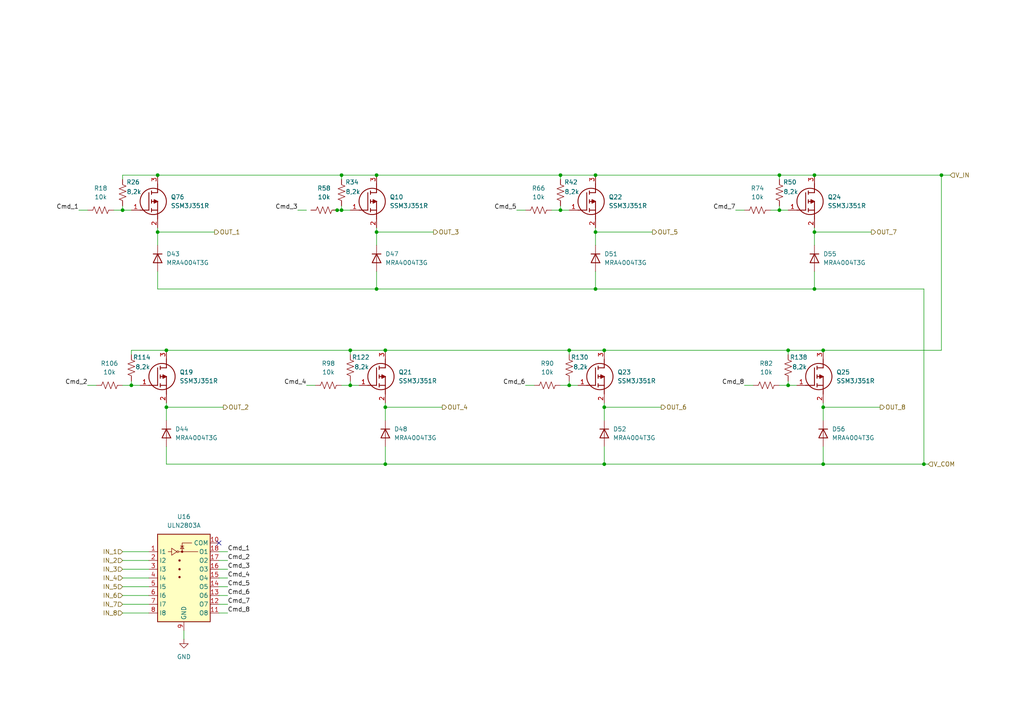
<source format=kicad_sch>
(kicad_sch (version 20250114) (generator "eeschema") (generator_version "9.0")
  (paper "A4")
  (title_block (title "Carte Midi - 64 Sorties") (date "2025-10-28") (comment 1 "Remplacement TIP127 par SSM3J351R"))
  (lib_symbols
    (symbol "Device:R_US" (pin_numbers (hide yes)) (pin_names (offset 0))
      (property "Reference" "R" (at 2.54 0 90))
      (property "Value" "R_US" (at -2.54 0 90))
      (symbol "R_US_0_1"
        (polyline (pts (xy 0 2.286) (xy 0 2.54)))
        (polyline (pts (xy 0 2.286) (xy 1.016 1.905) (xy 0 1.524) (xy -1.016 1.143) (xy 0 0.762)))
        (polyline (pts (xy 0 0.762) (xy 1.016 0.381) (xy 0 0) (xy -1.016 -0.381) (xy 0 -0.762)))
        (polyline (pts (xy 0 -0.762) (xy 1.016 -1.143) (xy 0 -1.524) (xy -1.016 -1.905) (xy 0 -2.286)))
        (polyline (pts (xy 0 -2.286) (xy 0 -2.54)))
      )
      (symbol "R_US_1_1"
        (pin passive line (at 0 3.81 270) (length 1.27) (name "~") (number "1"))
        (pin passive line (at 0 -3.81 90) (length 1.27) (name "~") (number "2"))
      )
    )
    (symbol "Diode:MRA4004T3G" (pin_numbers (hide yes)) (pin_names (hide yes))
      (property "Reference" "D" (at 0 2.54 0))
      (property "Value" "MRA4004T3G" (at 0 -2.54 0))
      (symbol "MRA4004T3G_0_1"
        (polyline (pts (xy -1.27 1.27) (xy -1.27 -1.27)) (stroke (width 0.254)))
        (polyline (pts (xy 1.27 1.27) (xy 1.27 -1.27) (xy -1.27 0) (xy 1.27 1.27)) (stroke (width 0.254)))
        (polyline (pts (xy 1.27 0) (xy -1.27 0)))
      )
      (symbol "MRA4004T3G_1_1"
        (pin passive line (at -3.81 0 0) (length 2.54) (name "K") (number "1"))
        (pin passive line (at 3.81 0 180) (length 2.54) (name "A") (number "2"))
      )
    )
    (symbol "Transistor_Array:ULN2803A"
      (property "Reference" "U" (at 0 13.335 0))
      (property "Value" "ULN2803A" (at 0 11.43 0))
      (symbol "ULN2803A_0_1"
        (rectangle (start -7.62 -15.24) (end 7.62 10.16) (stroke (width 0.254)) (fill (type background)))
        (polyline (pts (xy -4.572 5.08) (xy -3.556 5.08)))
        (polyline (pts (xy -3.556 6.096) (xy -3.556 4.064) (xy -2.032 5.08) (xy -3.556 6.096)))
        (circle (center -1.778 5.08) (radius 0.254))
        (polyline (pts (xy -1.524 5.08) (xy 4.064 5.08)))
        (circle (center -1.27 2.54) (radius 0.254) (fill (type outline)))
        (circle (center -1.27 0) (radius 0.254) (fill (type outline)))
        (circle (center -1.27 -2.286) (radius 0.254) (fill (type outline)))
        (circle (center -0.508 5.08) (radius 0.254) (fill (type outline)))
        (polyline (pts (xy -0.508 5.08) (xy -0.508 7.62) (xy 2.286 7.62)))
        (polyline (pts (xy 0 6.731) (xy -1.016 6.731)))
        (polyline (pts (xy 0 5.969) (xy -1.016 5.969) (xy -0.508 6.731) (xy 0 5.969)))
      )
      (symbol "ULN2803A_1_1"
        (pin input line (at -10.16 5.08 0) (length 2.54) (name "I1") (number "1"))
        (pin input line (at -10.16 2.54 0) (length 2.54) (name "I2") (number "2"))
        (pin input line (at -10.16 0 0) (length 2.54) (name "I3") (number "3"))
        (pin input line (at -10.16 -2.54 0) (length 2.54) (name "I4") (number "4"))
        (pin input line (at -10.16 -5.08 0) (length 2.54) (name "I5") (number "5"))
        (pin input line (at -10.16 -7.62 0) (length 2.54) (name "I6") (number "6"))
        (pin input line (at -10.16 -10.16 0) (length 2.54) (name "I7") (number "7"))
        (pin input line (at -10.16 -12.7 0) (length 2.54) (name "I8") (number "8"))
        (pin power_in line (at 0 -17.78 90) (length 2.54) (name "GND") (number "9"))
        (pin passive line (at 10.16 7.62 180) (length 2.54) (name "COM") (number "10"))
        (pin open_collector line (at 10.16 5.08 180) (length 2.54) (name "O1") (number "18"))
        (pin open_collector line (at 10.16 2.54 180) (length 2.54) (name "O2") (number "17"))
        (pin open_collector line (at 10.16 0 180) (length 2.54) (name "O3") (number "16"))
        (pin open_collector line (at 10.16 -2.54 180) (length 2.54) (name "O4") (number "15"))
        (pin open_collector line (at 10.16 -5.08 180) (length 2.54) (name "O5") (number "14"))
        (pin open_collector line (at 10.16 -7.62 180) (length 2.54) (name "O6") (number "13"))
        (pin open_collector line (at 10.16 -10.16 180) (length 2.54) (name "O7") (number "12"))
        (pin open_collector line (at 10.16 -12.7 180) (length 2.54) (name "O8") (number "11"))
      )
    )
    (symbol "Transistor_FET_Other:SSM3J351R,LF" (pin_names (hide yes))
      (property "Reference" "Q" (at 11.43 3.81 0))
      (property "Value" "SSM3J351R,LF" (at 11.43 1.27 0))
      (symbol "SSM3J351R,LF_1_1"
        (polyline (pts (xy 2.54 0) (xy 5.08 0)) (stroke (width 0.254)))
        (polyline (pts (xy 5.08 5.08) (xy 5.08 0)) (stroke (width 0.254)))
        (polyline (pts (xy 5.842 5.588) (xy 5.842 4.572)) (stroke (width 0.254)))
        (polyline (pts (xy 5.842 2.032) (xy 5.842 3.048)) (stroke (width 0.254)))
        (polyline (pts (xy 5.842 0) (xy 7.62 0)) (stroke (width 0.254)))
        (polyline (pts (xy 5.842 -0.508) (xy 5.842 0.508)) (stroke (width 0.254)))
        (circle (center 6.35 2.54) (radius 3.81) (stroke (width 0.254)))
        (polyline (pts (xy 7.62 5.08) (xy 5.842 5.08)) (stroke (width 0.254)))
        (polyline (pts (xy 7.62 5.08) (xy 7.62 7.62)) (stroke (width 0.254)))
        (polyline (pts (xy 7.62 2.54) (xy 5.842 2.54)) (stroke (width 0.254)))
        (polyline (pts (xy 7.62 2.54) (xy 7.62 -2.54)) (stroke (width 0.254)))
        (polyline (pts (xy 7.62 2.54) (xy 6.604 3.048) (xy 6.604 2.032) (xy 7.62 2.54)) (stroke (width 0.254)) (fill (type outline)))
        (pin passive line (at 0 0 0) (length 2.54) (name "G") (number "1"))
        (pin passive line (at 7.62 10.16 270) (length 2.54) (name "D") (number "3"))
        (pin passive line (at 7.62 -5.08 90) (length 2.54) (name "S") (number "2"))
      )
    )
    (symbol "Transistor_FET_Other:SSM3J356R,LF" (pin_names (hide yes))
      (property "Reference" "Q" (at 11.43 3.81 0))
      (property "Value" "SSM3J356R,LF" (at 11.43 1.27 0))
      (symbol "SSM3J356R,LF_1_1"
        (polyline (pts (xy 2.54 0) (xy 5.08 0)) (stroke (width 0.254)))
        (polyline (pts (xy 5.08 5.08) (xy 5.08 0)) (stroke (width 0.254)))
        (polyline (pts (xy 5.842 5.588) (xy 5.842 4.572)) (stroke (width 0.254)))
        (polyline (pts (xy 5.842 2.032) (xy 5.842 3.048)) (stroke (width 0.254)))
        (polyline (pts (xy 5.842 0) (xy 7.62 0)) (stroke (width 0.254)))
        (polyline (pts (xy 5.842 -0.508) (xy 5.842 0.508)) (stroke (width 0.254)))
        (circle (center 6.35 2.54) (radius 3.81) (stroke (width 0.254)))
        (polyline (pts (xy 7.62 5.08) (xy 5.842 5.08)) (stroke (width 0.254)))
        (polyline (pts (xy 7.62 5.08) (xy 7.62 7.62)) (stroke (width 0.254)))
        (polyline (pts (xy 7.62 2.54) (xy 5.842 2.54)) (stroke (width 0.254)))
        (polyline (pts (xy 7.62 2.54) (xy 7.62 -2.54)) (stroke (width 0.254)))
        (polyline (pts (xy 7.62 2.54) (xy 6.604 3.048) (xy 6.604 2.032) (xy 7.62 2.54)) (stroke (width 0.254)) (fill (type outline)))
        (pin passive line (at 0 0 0) (length 2.54) (name "G") (number "1"))
        (pin passive line (at 7.62 10.16 270) (length 2.54) (name "D") (number "3"))
        (pin passive line (at 7.62 -5.08 90) (length 2.54) (name "S") (number "2"))
      )
    )
    (symbol "power:GND" (power) (pin_numbers (hide yes)) (pin_names (offset 0) (hide yes))
      (property "Value" "GND" (at 0 -3.81 0))
      (symbol "GND_0_1"
        (polyline (pts (xy 0 0) (xy 0 -1.27) (xy 1.27 -1.27) (xy 0 -2.54) (xy -1.27 -1.27) (xy 0 -1.27)))
      )
      (symbol "GND_1_1"
        (pin power_in line (at 0 0 270) (length 0) (name "~") (number "1"))
      )
    )
  )
  (junction (at 172.72 50.8))
  (junction (at 45.72 50.8))
  (junction (at 236.22 50.8))
  (junction (at 172.72 83.82))
  (junction (at 273.05 50.8))
  (junction (at 226.06 50.8))
  (junction (at 175.26 134.62))
  (junction (at 238.76 101.6))
  (junction (at 267.97 134.62))
  (junction (at 109.22 50.8))
  (junction (at 48.26 118.11))
  (junction (at 165.1 111.76))
  (junction (at 111.76 118.11))
  (junction (at 35.56 60.96))
  (junction (at 238.76 134.62))
  (junction (at 48.26 101.6))
  (junction (at 228.6 111.76))
  (junction (at 109.22 67.31))
  (junction (at 109.22 83.82))
  (junction (at 175.26 118.11))
  (junction (at 228.6 101.6))
  (junction (at 38.1 111.76))
  (junction (at 162.56 50.8))
  (junction (at 175.26 101.6))
  (junction (at 111.76 134.62))
  (junction (at 45.72 67.31))
  (junction (at 236.22 83.82))
  (junction (at 111.76 101.6))
  (junction (at 226.06 60.96))
  (junction (at 238.76 118.11))
  (junction (at 165.1 101.6))
  (junction (at 101.6 111.76))
  (junction (at 99.06 50.8))
  (junction (at 99.06 60.96))
  (junction (at 162.56 60.96))
  (junction (at 172.72 67.31))
  (junction (at 101.6 101.6))
  (junction (at 236.22 67.31))
  (junction (at 97.79 60.96))
  (no_connect (at 63.5 157.48))
  (wire (pts (xy 109.22 78.74) (xy 109.22 83.82)))
  (wire (pts (xy 236.22 67.31) (xy 252.73 67.31)))
  (wire (pts (xy 228.6 101.6) (xy 238.76 101.6)))
  (wire (pts (xy 175.26 129.54) (xy 175.26 134.62)))
  (wire (pts (xy 175.26 101.6) (xy 228.6 101.6)))
  (wire (pts (xy 111.76 118.11) (xy 128.27 118.11)))
  (wire (pts (xy 165.1 101.6) (xy 175.26 101.6)))
  (wire (pts (xy 236.22 66.04) (xy 236.22 67.31)))
  (wire (pts (xy 238.76 129.54) (xy 238.76 134.62)))
  (wire (pts (xy 175.26 134.62) (xy 238.76 134.62)))
  (wire (pts (xy 162.56 50.8) (xy 172.72 50.8)))
  (wire (pts (xy 162.56 60.96) (xy 165.1 60.96)))
  (wire (pts (xy 101.6 101.6) (xy 101.6 102.87)))
  (wire (pts (xy 35.56 162.56) (xy 43.18 162.56)))
  (wire (pts (xy 99.06 111.76) (xy 101.6 111.76)))
  (wire (pts (xy 35.56 177.8) (xy 43.18 177.8)))
  (wire (pts (xy 33.02 60.96) (xy 35.56 60.96)))
  (wire (pts (xy 162.56 50.8) (xy 162.56 52.07)))
  (wire (pts (xy 45.72 50.8) (xy 99.06 50.8)))
  (wire (pts (xy 226.06 50.8) (xy 236.22 50.8)))
  (wire (pts (xy 236.22 67.31) (xy 236.22 71.12)))
  (wire (pts (xy 48.26 134.62) (xy 111.76 134.62)))
  (wire (pts (xy 109.22 67.31) (xy 109.22 71.12)))
  (wire (pts (xy 172.72 67.31) (xy 189.23 67.31)))
  (wire (pts (xy 236.22 83.82) (xy 267.97 83.82)))
  (wire (pts (xy 236.22 78.74) (xy 236.22 83.82)))
  (wire (pts (xy 35.56 160.02) (xy 43.18 160.02)))
  (wire (pts (xy 111.76 129.54) (xy 111.76 134.62)))
  (wire (pts (xy 63.5 160.02) (xy 66.04 160.02)))
  (wire (pts (xy 99.06 59.69) (xy 99.06 60.96)))
  (wire (pts (xy 45.72 78.74) (xy 45.72 83.82)))
  (wire (pts (xy 101.6 110.49) (xy 101.6 111.76)))
  (wire (pts (xy 109.22 50.8) (xy 162.56 50.8)))
  (wire (pts (xy 48.26 129.54) (xy 48.26 134.62)))
  (wire (pts (xy 172.72 83.82) (xy 236.22 83.82)))
  (wire (pts (xy 165.1 110.49) (xy 165.1 111.76)))
  (wire (pts (xy 172.72 78.74) (xy 172.72 83.82)))
  (wire (pts (xy 35.56 50.8) (xy 35.56 52.07)))
  (wire (pts (xy 38.1 101.6) (xy 38.1 102.87)))
  (wire (pts (xy 97.79 60.96) (xy 99.06 60.96)))
  (wire (pts (xy 96.52 60.96) (xy 97.79 60.96)))
  (wire (pts (xy 38.1 101.6) (xy 48.26 101.6)))
  (wire (pts (xy 165.1 111.76) (xy 167.64 111.76)))
  (wire (pts (xy 48.26 116.84) (xy 48.26 118.11)))
  (wire (pts (xy 226.06 111.76) (xy 228.6 111.76)))
  (wire (pts (xy 48.26 118.11) (xy 64.77 118.11)))
  (wire (pts (xy 267.97 134.62) (xy 269.24 134.62)))
  (wire (pts (xy 25.4 111.76) (xy 27.94 111.76)))
  (wire (pts (xy 101.6 101.6) (xy 111.76 101.6)))
  (wire (pts (xy 35.56 165.1) (xy 43.18 165.1)))
  (wire (pts (xy 35.56 59.69) (xy 35.56 60.96)))
  (wire (pts (xy 88.9 111.76) (xy 91.44 111.76)))
  (wire (pts (xy 109.22 83.82) (xy 172.72 83.82)))
  (wire (pts (xy 223.52 60.96) (xy 226.06 60.96)))
  (wire (pts (xy 172.72 66.04) (xy 172.72 67.31)))
  (wire (pts (xy 172.72 50.8) (xy 226.06 50.8)))
  (wire (pts (xy 63.5 175.26) (xy 66.04 175.26)))
  (wire (pts (xy 35.56 172.72) (xy 43.18 172.72)))
  (wire (pts (xy 109.22 66.04) (xy 109.22 67.31)))
  (wire (pts (xy 226.06 60.96) (xy 228.6 60.96)))
  (wire (pts (xy 35.56 60.96) (xy 38.1 60.96)))
  (wire (pts (xy 160.02 60.96) (xy 162.56 60.96)))
  (wire (pts (xy 38.1 110.49) (xy 38.1 111.76)))
  (wire (pts (xy 236.22 50.8) (xy 273.05 50.8)))
  (wire (pts (xy 45.72 67.31) (xy 45.72 71.12)))
  (wire (pts (xy 63.5 167.64) (xy 66.04 167.64)))
  (wire (pts (xy 238.76 101.6) (xy 273.05 101.6)))
  (wire (pts (xy 162.56 59.69) (xy 162.56 60.96)))
  (wire (pts (xy 63.5 162.56) (xy 66.04 162.56)))
  (wire (pts (xy 45.72 83.82) (xy 109.22 83.82)))
  (wire (pts (xy 172.72 67.31) (xy 172.72 71.12)))
  (wire (pts (xy 99.06 60.96) (xy 101.6 60.96)))
  (wire (pts (xy 63.5 172.72) (xy 66.04 172.72)))
  (wire (pts (xy 238.76 118.11) (xy 255.27 118.11)))
  (wire (pts (xy 101.6 111.76) (xy 104.14 111.76)))
  (wire (pts (xy 35.56 170.18) (xy 43.18 170.18)))
  (wire (pts (xy 228.6 110.49) (xy 228.6 111.76)))
  (wire (pts (xy 22.86 60.96) (xy 25.4 60.96)))
  (wire (pts (xy 99.06 50.8) (xy 99.06 52.07)))
  (wire (pts (xy 213.36 60.96) (xy 215.9 60.96)))
  (wire (pts (xy 53.34 182.88) (xy 53.34 185.42)))
  (wire (pts (xy 273.05 50.8) (xy 273.05 101.6)))
  (wire (pts (xy 228.6 101.6) (xy 228.6 102.87)))
  (wire (pts (xy 162.56 111.76) (xy 165.1 111.76)))
  (wire (pts (xy 228.6 111.76) (xy 231.14 111.76)))
  (wire (pts (xy 45.72 66.04) (xy 45.72 67.31)))
  (wire (pts (xy 63.5 170.18) (xy 66.04 170.18)))
  (wire (pts (xy 109.22 67.31) (xy 125.73 67.31)))
  (wire (pts (xy 273.05 50.8) (xy 275.59 50.8)))
  (wire (pts (xy 35.56 175.26) (xy 43.18 175.26)))
  (wire (pts (xy 111.76 118.11) (xy 111.76 121.92)))
  (wire (pts (xy 111.76 101.6) (xy 165.1 101.6)))
  (wire (pts (xy 35.56 167.64) (xy 43.18 167.64)))
  (wire (pts (xy 175.26 118.11) (xy 175.26 121.92)))
  (wire (pts (xy 48.26 118.11) (xy 48.26 121.92)))
  (wire (pts (xy 111.76 116.84) (xy 111.76 118.11)))
  (wire (pts (xy 175.26 116.84) (xy 175.26 118.11)))
  (wire (pts (xy 35.56 111.76) (xy 38.1 111.76)))
  (wire (pts (xy 152.4 111.76) (xy 154.94 111.76)))
  (wire (pts (xy 267.97 83.82) (xy 267.97 134.62)))
  (wire (pts (xy 63.5 165.1) (xy 66.04 165.1)))
  (wire (pts (xy 38.1 111.76) (xy 40.64 111.76)))
  (wire (pts (xy 149.86 60.96) (xy 152.4 60.96)))
  (wire (pts (xy 226.06 59.69) (xy 226.06 60.96)))
  (wire (pts (xy 165.1 101.6) (xy 165.1 102.87)))
  (wire (pts (xy 111.76 134.62) (xy 175.26 134.62)))
  (wire (pts (xy 238.76 116.84) (xy 238.76 118.11)))
  (wire (pts (xy 175.26 118.11) (xy 191.77 118.11)))
  (wire (pts (xy 238.76 134.62) (xy 267.97 134.62)))
  (wire (pts (xy 48.26 101.6) (xy 101.6 101.6)))
  (wire (pts (xy 35.56 50.8) (xy 45.72 50.8)))
  (wire (pts (xy 45.72 67.31) (xy 62.23 67.31)))
  (wire (pts (xy 63.5 177.8) (xy 66.04 177.8)))
  (wire (pts (xy 215.9 111.76) (xy 218.44 111.76)))
  (wire (pts (xy 99.06 50.8) (xy 109.22 50.8)))
  (wire (pts (xy 226.06 50.8) (xy 226.06 52.07)))
  (wire (pts (xy 86.36 60.96) (xy 88.9 60.96)))
  (wire (pts (xy 238.76 118.11) (xy 238.76 121.92)))
  (label "Cmd_3" (at 66.04 165.1 0))
  (label "Cmd_6" (at 152.4 111.76 180))
  (label "Cmd_4" (at 88.9 111.76 180))
  (label "Cmd_1" (at 66.04 160.02 0))
  (label "Cmd_4" (at 66.04 167.64 0))
  (label "Cmd_1" (at 22.86 60.96 180))
  (label "Cmd_2" (at 25.4 111.76 180))
  (label "Cmd_3" (at 86.36 60.96 180))
  (label "Cmd_7" (at 213.36 60.96 180))
  (label "Cmd_8" (at 215.9 111.76 180))
  (label "Cmd_6" (at 66.04 172.72 0))
  (label "Cmd_5" (at 66.04 170.18 0))
  (label "Cmd_7" (at 66.04 175.26 0))
  (label "Cmd_2" (at 66.04 162.56 0))
  (label "Cmd_5" (at 149.86 60.96 180))
  (label "Cmd_8" (at 66.04 177.8 0))
  (hierarchical_label "IN_4" (shape input) (at 35.56 167.64 180))
  (hierarchical_label "OUT_3" (shape output) (at 125.73 67.31 0))
  (hierarchical_label "OUT_5" (shape output) (at 189.23 67.31 0))
  (hierarchical_label "OUT_8" (shape output) (at 255.27 118.11 0))
  (hierarchical_label "IN_7" (shape input) (at 35.56 175.26 180))
  (hierarchical_label "OUT_6" (shape output) (at 191.77 118.11 0))
  (hierarchical_label "OUT_1" (shape output) (at 62.23 67.31 0))
  (hierarchical_label "V_COM" (shape input) (at 269.24 134.62 0))
  (hierarchical_label "OUT_2" (shape output) (at 64.77 118.11 0))
  (hierarchical_label "OUT_4" (shape output) (at 128.27 118.11 0))
  (hierarchical_label "IN_1" (shape input) (at 35.56 160.02 180))
  (hierarchical_label "OUT_7" (shape output) (at 252.73 67.31 0))
  (hierarchical_label "IN_6" (shape input) (at 35.56 172.72 180))
  (hierarchical_label "IN_3" (shape input) (at 35.56 165.1 180))
  (hierarchical_label "IN_5" (shape input) (at 35.56 170.18 180))
  (hierarchical_label "IN_2" (shape input) (at 35.56 162.56 180))
  (hierarchical_label "V_IN" (shape input) (at 275.59 50.8 0))
  (hierarchical_label "IN_8" (shape input) (at 35.56 177.8 180))
  (symbol (lib_id "Device:R_US") (at 219.71 60.96 90) (unit 1)
    (property "Reference" "R72" (at 219.71 54.61 90))
    (property "Value" "10k" (at 219.71 57.15 90))
    (property "Footprint" "Resistor_SMD:R_0603_1608Metric" (effects (hide yes)))
    (property "Description" "Resistor, US symbol" (effects (hide yes)))
    (instances (project "64_Outs_V1" (path "" (reference "R74") (unit 1)) (path "" (reference "R78") (unit 1)) (path "" (reference "R76") (unit 1)) (path "" (reference "R72") (unit 1)) (path "" (reference "R73") (unit 1)) (path "" (reference "R77") (unit 1)) (path "" (reference "R75") (unit 1)) (path "" (reference "R79") (unit 1))))
  )
  (symbol (lib_id "Transistor_FET_Other:SSM3J356R,LF") (at 228.6 60.96 0) (unit 1)
    (property "Reference" "Q8" (at 240.03 57.1499 0) (effects (justify left)))
    (property "Value" "SSM3J351R" (at 240.03 59.6899 0) (effects (justify left)))
    (property "Footprint" "SOTFL95P240X88-3N" (effects (hide yes)))
    (property "Datasheet" "http://toshiba.semicon-storage.com/info/docget.jsp?did=30685&prodName=SSM3J356R" (effects (hide yes)))
    (property "Description" "MOSFET Small-signal MOSFET ID: -2A, VDSS: -60V" (effects (hide yes)))
    (property "Height" "0.88" (effects (hide yes)))
    (property "Mouser Part Number" "757-SSM3J356RLF" (effects (hide yes)))
    (property "Mouser Price/Stock" "https://www.mouser.co.uk/ProductDetail/Toshiba/SSM3J356RLF?qs=lhkzy8lC%252BSsL%2F1yLGjMnQA%3D%3D" (effects (hide yes)))
    (property "Manufacturer_Name" "Toshiba" (effects (hide yes)))
    (property "Manufacturer_Part_Number" "SSM3J356R,LF" (effects (hide yes)))
    (instances (project "64_Outs_V1" (path "" (reference "Q24") (unit 1)) (path "" (reference "Q42") (unit 1)) (path "" (reference "Q38") (unit 1)) (path "" (reference "Q8") (unit 1)) (path "" (reference "Q16") (unit 1)) (path "" (reference "Q40") (unit 1)) (path "" (reference "Q32") (unit 1)) (path "" (reference "Q64") (unit 1))))
  )
  (symbol (lib_id "Device:R_US") (at 222.25 111.76 90) (unit 1)
    (property "Reference" "R80" (at 222.25 105.41 90))
    (property "Value" "10k" (at 222.25 107.95 90))
    (property "Footprint" "Resistor_SMD:R_0603_1608Metric" (effects (hide yes)))
    (property "Description" "Resistor, US symbol" (effects (hide yes)))
    (instances (project "64_Outs_V1" (path "" (reference "R82") (unit 1)) (path "" (reference "R86") (unit 1)) (path "" (reference "R84") (unit 1)) (path "" (reference "R80") (unit 1)) (path "" (reference "R81") (unit 1)) (path "" (reference "R85") (unit 1)) (path "" (reference "R83") (unit 1)) (path "" (reference "R87") (unit 1))))
  )
  (symbol (lib_id "Transistor_FET_Other:SSM3J356R,LF") (at 231.14 111.76 0) (unit 1)
    (property "Reference" "Q9" (at 242.57 107.9499 0) (effects (justify left)))
    (property "Value" "SSM3J351R" (at 242.57 110.4899 0) (effects (justify left)))
    (property "Footprint" "SOTFL95P240X88-3N" (effects (hide yes)))
    (property "Datasheet" "http://toshiba.semicon-storage.com/info/docget.jsp?did=30685&prodName=SSM3J356R" (effects (hide yes)))
    (property "Description" "MOSFET Small-signal MOSFET ID: -2A, VDSS: -60V" (effects (hide yes)))
    (property "Height" "0.88" (effects (hide yes)))
    (property "Mouser Part Number" "757-SSM3J356RLF" (effects (hide yes)))
    (property "Mouser Price/Stock" "https://www.mouser.co.uk/ProductDetail/Toshiba/SSM3J356RLF?qs=lhkzy8lC%252BSsL%2F1yLGjMnQA%3D%3D" (effects (hide yes)))
    (property "Manufacturer_Name" "Toshiba" (effects (hide yes)))
    (property "Manufacturer_Part_Number" "SSM3J356R,LF" (effects (hide yes)))
    (instances (project "64_Outs_V1" (path "" (reference "Q25") (unit 1)) (path "" (reference "Q50") (unit 1)) (path "" (reference "Q41") (unit 1)) (path "" (reference "Q9") (unit 1)) (path "" (reference "Q17") (unit 1)) (path "" (reference "Q49") (unit 1)) (path "" (reference "Q33") (unit 1)) (path "" (reference "Q65") (unit 1))))
  )
  (symbol (lib_id "Diode:MRA4004T3G") (at 109.22 74.93 270) (unit 1)
    (property "Reference" "D15" (at 111.76 73.6599 90) (effects (justify left)))
    (property "Value" "MRA4004T3G" (at 111.76 76.1999 90) (effects (justify left)))
    (property "Footprint" "Diode_SMD:DIOM5226X220N" (effects (hide yes)))
    (property "Datasheet" "http://www.onsemi.com/pub_link/Collateral/MRA4003T3-D.PDF" (effects (hide yes)))
    (property "Description" "400V, 1A, General Purpose Rectifier Diode, SMA(DO-214AC)" (effects (hide yes)))
    (property "Sim.Device" "D" (effects (hide yes)))
    (property "Sim.Pins" "1=K 2=A" (effects (hide yes)))
    (instances (project "64_Outs" (path "" (reference "D47") (unit 1)) (path "" (reference "D111") (unit 1)) (path "" (reference "D79") (unit 1)) (path "" (reference "D15") (unit 1)) (path "" (reference "D31") (unit 1)) (path "" (reference "D95") (unit 1)) (path "" (reference "D63") (unit 1)) (path "" (reference "D127") (unit 1))))
  )
  (symbol (lib_id "Transistor_FET_Other:SSM3J356R,LF") (at 167.64 111.76 0) (unit 1)
    (property "Reference" "Q7" (at 179.07 107.9499 0) (effects (justify left)))
    (property "Value" "SSM3J351R" (at 179.07 110.4899 0) (effects (justify left)))
    (property "Footprint" "SOTFL95P240X88-3N" (effects (hide yes)))
    (property "Datasheet" "http://toshiba.semicon-storage.com/info/docget.jsp?did=30685&prodName=SSM3J356R" (effects (hide yes)))
    (property "Description" "MOSFET Small-signal MOSFET ID: -2A, VDSS: -60V" (effects (hide yes)))
    (property "Height" "0.88" (effects (hide yes)))
    (property "Mouser Part Number" "757-SSM3J356RLF" (effects (hide yes)))
    (property "Mouser Price/Stock" "https://www.mouser.co.uk/ProductDetail/Toshiba/SSM3J356RLF?qs=lhkzy8lC%252BSsL%2F1yLGjMnQA%3D%3D" (effects (hide yes)))
    (property "Manufacturer_Name" "Toshiba" (effects (hide yes)))
    (property "Manufacturer_Part_Number" "SSM3J356R,LF" (effects (hide yes)))
    (instances (project "64_Outs_V1" (path "" (reference "Q23") (unit 1)) (path "" (reference "Q48") (unit 1)) (path "" (reference "Q39") (unit 1)) (path "" (reference "Q7") (unit 1)) (path "" (reference "Q15") (unit 1)) (path "" (reference "Q47") (unit 1)) (path "" (reference "Q31") (unit 1)) (path "" (reference "Q63") (unit 1))))
  )
  (symbol (lib_id "Diode:MRA4004T3G") (at 175.26 125.73 270) (unit 1)
    (property "Reference" "D20" (at 177.8 124.4599 90) (effects (justify left)))
    (property "Value" "MRA4004T3G" (at 177.8 126.9999 90) (effects (justify left)))
    (property "Footprint" "Diode_SMD:DIOM5226X220N" (effects (hide yes)))
    (property "Datasheet" "http://www.onsemi.com/pub_link/Collateral/MRA4003T3-D.PDF" (effects (hide yes)))
    (property "Description" "400V, 1A, General Purpose Rectifier Diode, SMA(DO-214AC)" (effects (hide yes)))
    (property "Sim.Device" "D" (effects (hide yes)))
    (property "Sim.Pins" "1=K 2=A" (effects (hide yes)))
    (instances (project "64_Outs" (path "" (reference "D52") (unit 1)) (path "" (reference "D116") (unit 1)) (path "" (reference "D84") (unit 1)) (path "" (reference "D20") (unit 1)) (path "" (reference "D36") (unit 1)) (path "" (reference "D100") (unit 1)) (path "" (reference "D68") (unit 1)) (path "" (reference "D132") (unit 1))))
  )
  (symbol (lib_id "Device:R_US") (at 226.06 55.88 0) (unit 1)
    (property "Reference" "R48" (at 229.108 52.832 0))
    (property "Value" "8,2k" (at 229.362 55.626 0))
    (property "Footprint" "Resistor_SMD:R_0603_1608Metric" (effects (hide yes)))
    (property "Description" "Resistor, US symbol" (effects (hide yes)))
    (instances (project "64_Outs_V1" (path "" (reference "R50") (unit 1)) (path "" (reference "R54") (unit 1)) (path "" (reference "R52") (unit 1)) (path "" (reference "R48") (unit 1)) (path "" (reference "R49") (unit 1)) (path "" (reference "R53") (unit 1)) (path "" (reference "R51") (unit 1)) (path "" (reference "R55") (unit 1))))
  )
  (symbol (lib_id "Device:R_US") (at 99.06 55.88 0) (unit 1)
    (property "Reference" "R32" (at 102.108 52.832 0))
    (property "Value" "8,2k" (at 102.362 55.626 0))
    (property "Footprint" "Resistor_SMD:R_0603_1608Metric" (effects (hide yes)))
    (property "Description" "Resistor, US symbol" (effects (hide yes)))
    (instances (project "64_Outs_V1" (path "" (reference "R34") (unit 1)) (path "" (reference "R38") (unit 1)) (path "" (reference "R36") (unit 1)) (path "" (reference "R32") (unit 1)) (path "" (reference "R33") (unit 1)) (path "" (reference "R37") (unit 1)) (path "" (reference "R35") (unit 1)) (path "" (reference "R39") (unit 1))))
  )
  (symbol (lib_id "Diode:MRA4004T3G") (at 111.76 125.73 270) (unit 1)
    (property "Reference" "D16" (at 114.3 124.4599 90) (effects (justify left)))
    (property "Value" "MRA4004T3G" (at 114.3 126.9999 90) (effects (justify left)))
    (property "Footprint" "Diode_SMD:DIOM5226X220N" (effects (hide yes)))
    (property "Datasheet" "http://www.onsemi.com/pub_link/Collateral/MRA4003T3-D.PDF" (effects (hide yes)))
    (property "Description" "400V, 1A, General Purpose Rectifier Diode, SMA(DO-214AC)" (effects (hide yes)))
    (property "Sim.Device" "D" (effects (hide yes)))
    (property "Sim.Pins" "1=K 2=A" (effects (hide yes)))
    (instances (project "64_Outs" (path "" (reference "D48") (unit 1)) (path "" (reference "D112") (unit 1)) (path "" (reference "D80") (unit 1)) (path "" (reference "D16") (unit 1)) (path "" (reference "D32") (unit 1)) (path "" (reference "D96") (unit 1)) (path "" (reference "D64") (unit 1)) (path "" (reference "D128") (unit 1))))
  )
  (symbol (lib_id "Transistor_FET_Other:SSM3J356R,LF") (at 165.1 60.96 0) (unit 1)
    (property "Reference" "Q6" (at 176.53 57.1499 0) (effects (justify left)))
    (property "Value" "SSM3J351R" (at 176.53 59.6899 0) (effects (justify left)))
    (property "Footprint" "SOTFL95P240X88-3N" (effects (hide yes)))
    (property "Datasheet" "http://toshiba.semicon-storage.com/info/docget.jsp?did=30685&prodName=SSM3J356R" (effects (hide yes)))
    (property "Description" "MOSFET Small-signal MOSFET ID: -2A, VDSS: -60V" (effects (hide yes)))
    (property "Height" "0.88" (effects (hide yes)))
    (property "Mouser Part Number" "757-SSM3J356RLF" (effects (hide yes)))
    (property "Mouser Price/Stock" "https://www.mouser.co.uk/ProductDetail/Toshiba/SSM3J356RLF?qs=lhkzy8lC%252BSsL%2F1yLGjMnQA%3D%3D" (effects (hide yes)))
    (property "Manufacturer_Name" "Toshiba" (effects (hide yes)))
    (property "Manufacturer_Part_Number" "SSM3J356R,LF" (effects (hide yes)))
    (instances (project "64_Outs_V1" (path "" (reference "Q22") (unit 1)) (path "" (reference "Q36") (unit 1)) (path "" (reference "Q30") (unit 1)) (path "" (reference "Q6") (unit 1)) (path "" (reference "Q14") (unit 1)) (path "" (reference "Q34") (unit 1)) (path "" (reference "Q28") (unit 1)) (path "" (reference "Q62") (unit 1))))
  )
  (symbol (lib_id "Device:R_US") (at 228.6 106.68 0) (unit 1)
    (property "Reference" "R136" (at 231.648 103.632 0))
    (property "Value" "8,2k" (at 231.902 106.426 0))
    (property "Footprint" "Resistor_SMD:R_0603_1608Metric" (effects (hide yes)))
    (property "Description" "Resistor, US symbol" (effects (hide yes)))
    (instances (project "64_Outs_V1" (path "" (reference "R138") (unit 1)) (path "" (reference "R142") (unit 1)) (path "" (reference "R140") (unit 1)) (path "" (reference "R136") (unit 1)) (path "" (reference "R137") (unit 1)) (path "" (reference "R141") (unit 1)) (path "" (reference "R139") (unit 1)) (path "" (reference "R143") (unit 1))))
  )
  (symbol (lib_id "Transistor_FET_Other:SSM3J351R,LF") (at 40.64 111.76 0) (unit 1)
    (property "Reference" "Q3" (at 52.07 107.9499 0) (effects (justify left)))
    (property "Value" "SSM3J351R" (at 52.07 110.4899 0) (effects (justify left)))
    (property "Footprint" "SOTFL95P240X88-3N" (effects (hide yes)))
    (property "Datasheet" "http://toshiba.semicon-storage.com/info/docget.jsp?did=53735&prodName=SSM3J351R" (effects (hide yes)))
    (property "Description" "MOSFET Small-signal MOSFET ID -3.5A, -60V VDSS" (effects (hide yes)))
    (property "Height" "0.88" (effects (hide yes)))
    (property "Mouser Part Number" "757-SSM3J351RLF" (effects (hide yes)))
    (property "Mouser Price/Stock" "https://www.mouser.co.uk/ProductDetail/Toshiba/SSM3J351RLF?qs=5aG0NVq1C4zK0wh2%252B5arSw%3D%3D" (effects (hide yes)))
    (property "Manufacturer_Name" "Toshiba" (effects (hide yes)))
    (property "Manufacturer_Part_Number" "SSM3J351R,LF" (effects (hide yes)))
    (instances (project "64_Outs_V1" (path "" (reference "Q19") (unit 1)) (path "" (reference "Q44") (unit 1)) (path "" (reference "Q35") (unit 1)) (path "" (reference "Q3") (unit 1)) (path "" (reference "Q11") (unit 1)) (path "" (reference "Q43") (unit 1)) (path "" (reference "Q27") (unit 1)) (path "" (reference "Q59") (unit 1))))
  )
  (symbol (lib_id "Diode:MRA4004T3G") (at 238.76 125.73 270) (unit 1)
    (property "Reference" "D24" (at 241.3 124.4599 90) (effects (justify left)))
    (property "Value" "MRA4004T3G" (at 241.3 126.9999 90) (effects (justify left)))
    (property "Footprint" "Diode_SMD:DIOM5226X220N" (effects (hide yes)))
    (property "Datasheet" "http://www.onsemi.com/pub_link/Collateral/MRA4003T3-D.PDF" (effects (hide yes)))
    (property "Description" "400V, 1A, General Purpose Rectifier Diode, SMA(DO-214AC)" (effects (hide yes)))
    (property "Sim.Device" "D" (effects (hide yes)))
    (property "Sim.Pins" "1=K 2=A" (effects (hide yes)))
    (instances (project "64_Outs" (path "" (reference "D56") (unit 1)) (path "" (reference "D120") (unit 1)) (path "" (reference "D88") (unit 1)) (path "" (reference "D24") (unit 1)) (path "" (reference "D40") (unit 1)) (path "" (reference "D104") (unit 1)) (path "" (reference "D72") (unit 1)) (path "" (reference "D136") (unit 1))))
  )
  (symbol (lib_id "Transistor_Array:ULN2803A") (at 53.34 165.1 0) (unit 1)
    (property "Reference" "U14" (at 53.34 149.86 0))
    (property "Value" "ULN2803A" (at 53.34 152.4 0))
    (property "Footprint" "Package_SO:SOIC-20W_7.5x12.8mm_P1.27mm" (effects (hide yes)))
    (property "Datasheet" "http://www.ti.com/lit/ds/symlink/uln2803a.pdf" (effects (hide yes)))
    (property "Description" "Darlington Transistor Arrays, SOIC18/DIP18" (effects (hide yes)))
    (instances (project "64_Outs" (path "" (reference "U16") (unit 1)) (path "" (reference "U20") (unit 1)) (path "" (reference "U18") (unit 1)) (path "" (reference "U14") (unit 1)) (path "" (reference "U15") (unit 1)) (path "" (reference "U19") (unit 1)) (path "" (reference "U17") (unit 1)) (path "" (reference "U21") (unit 1))))
  )
  (symbol (lib_id "Device:R_US") (at 156.21 60.96 90) (unit 1)
    (property "Reference" "R64" (at 156.21 54.61 90))
    (property "Value" "10k" (at 156.21 57.15 90))
    (property "Footprint" "Resistor_SMD:R_0603_1608Metric" (effects (hide yes)))
    (property "Description" "Resistor, US symbol" (effects (hide yes)))
    (instances (project "64_Outs_V1" (path "" (reference "R66") (unit 1)) (path "" (reference "R70") (unit 1)) (path "" (reference "R68") (unit 1)) (path "" (reference "R64") (unit 1)) (path "" (reference "R65") (unit 1)) (path "" (reference "R69") (unit 1)) (path "" (reference "R67") (unit 1)) (path "" (reference "R71") (unit 1))))
  )
  (symbol (lib_id "Diode:MRA4004T3G") (at 172.72 74.93 270) (unit 1)
    (property "Reference" "D19" (at 175.26 73.6599 90) (effects (justify left)))
    (property "Value" "MRA4004T3G" (at 175.26 76.1999 90) (effects (justify left)))
    (property "Footprint" "Diode_SMD:DIOM5226X220N" (effects (hide yes)))
    (property "Datasheet" "http://www.onsemi.com/pub_link/Collateral/MRA4003T3-D.PDF" (effects (hide yes)))
    (property "Description" "400V, 1A, General Purpose Rectifier Diode, SMA(DO-214AC)" (effects (hide yes)))
    (property "Sim.Device" "D" (effects (hide yes)))
    (property "Sim.Pins" "1=K 2=A" (effects (hide yes)))
    (instances (project "64_Outs" (path "" (reference "D51") (unit 1)) (path "" (reference "D115") (unit 1)) (path "" (reference "D83") (unit 1)) (path "" (reference "D19") (unit 1)) (path "" (reference "D35") (unit 1)) (path "" (reference "D99") (unit 1)) (path "" (reference "D67") (unit 1)) (path "" (reference "D131") (unit 1))))
  )
  (symbol (lib_id "power:GND") (at 53.34 185.42 0) (unit 1)
    (property "Reference" "#PWR045" (effects (hide yes)))
    (property "Value" "GND" (at 53.34 190.5 0))
    (property "Description" "Power symbol creates a global label with name \"GND\" , ground" (effects (hide yes)))
    (instances (project "" (path "" (reference "#PWR047") (unit 1)) (path "" (reference "#PWR051") (unit 1)) (path "" (reference "#PWR049") (unit 1)) (path "" (reference "#PWR045") (unit 1)) (path "" (reference "#PWR046") (unit 1)) (path "" (reference "#PWR050") (unit 1)) (path "" (reference "#PWR048") (unit 1)) (path "" (reference "#PWR052") (unit 1))))
  )
  (symbol (lib_id "Device:R_US") (at 38.1 106.68 0) (unit 1)
    (property "Reference" "R112" (at 41.148 103.632 0))
    (property "Value" "8,2k" (at 41.402 106.426 0))
    (property "Footprint" "Resistor_SMD:R_0603_1608Metric" (effects (hide yes)))
    (property "Description" "Resistor, US symbol" (effects (hide yes)))
    (instances (project "64_Outs_V1" (path "" (reference "R114") (unit 1)) (path "" (reference "R118") (unit 1)) (path "" (reference "R116") (unit 1)) (path "" (reference "R112") (unit 1)) (path "" (reference "R113") (unit 1)) (path "" (reference "R117") (unit 1)) (path "" (reference "R115") (unit 1)) (path "" (reference "R119") (unit 1))))
  )
  (symbol (lib_id "Device:R_US") (at 101.6 106.68 0) (unit 1)
    (property "Reference" "R120" (at 104.648 103.632 0))
    (property "Value" "8,2k" (at 104.902 106.426 0))
    (property "Footprint" "Resistor_SMD:R_0603_1608Metric" (effects (hide yes)))
    (property "Description" "Resistor, US symbol" (effects (hide yes)))
    (instances (project "64_Outs_V1" (path "" (reference "R122") (unit 1)) (path "" (reference "R126") (unit 1)) (path "" (reference "R124") (unit 1)) (path "" (reference "R120") (unit 1)) (path "" (reference "R121") (unit 1)) (path "" (reference "R125") (unit 1)) (path "" (reference "R123") (unit 1)) (path "" (reference "R127") (unit 1))))
  )
  (symbol (lib_id "Device:R_US") (at 95.25 111.76 90) (unit 1)
    (property "Reference" "R96" (at 95.25 105.41 90))
    (property "Value" "10k" (at 95.25 107.95 90))
    (property "Footprint" "Resistor_SMD:R_0603_1608Metric" (effects (hide yes)))
    (property "Description" "Resistor, US symbol" (effects (hide yes)))
    (instances (project "64_Outs_V1" (path "" (reference "R98") (unit 1)) (path "" (reference "R102") (unit 1)) (path "" (reference "R100") (unit 1)) (path "" (reference "R96") (unit 1)) (path "" (reference "R97") (unit 1)) (path "" (reference "R101") (unit 1)) (path "" (reference "R99") (unit 1)) (path "" (reference "R103") (unit 1))))
  )
  (symbol (lib_id "Transistor_FET_Other:SSM3J356R,LF") (at 101.6 60.96 0) (unit 1)
    (property "Reference" "Q2" (at 113.03 57.1499 0) (effects (justify left)))
    (property "Value" "SSM3J351R" (at 113.03 59.6899 0) (effects (justify left)))
    (property "Footprint" "SOTFL95P240X88-3N" (effects (hide yes)))
    (property "Datasheet" "http://toshiba.semicon-storage.com/info/docget.jsp?did=30685&prodName=SSM3J356R" (effects (hide yes)))
    (property "Description" "MOSFET Small-signal MOSFET ID: -2A, VDSS: -60V" (effects (hide yes)))
    (property "Height" "0.88" (effects (hide yes)))
    (property "Mouser Part Number" "757-SSM3J356RLF" (effects (hide yes)))
    (property "Mouser Price/Stock" "https://www.mouser.co.uk/ProductDetail/Toshiba/SSM3J356RLF?qs=lhkzy8lC%252BSsL%2F1yLGjMnQA%3D%3D" (effects (hide yes)))
    (property "Manufacturer_Name" "Toshiba" (effects (hide yes)))
    (property "Manufacturer_Part_Number" "SSM3J356R,LF" (effects (hide yes)))
    (instances (project "64_Outs_V1" (path "" (reference "Q10") (unit 1)) (path "" (reference "Q26") (unit 1)) (path "" (reference "Q18") (unit 1)) (path "" (reference "Q2") (unit 1)) (path "" (reference "Q4") (unit 1)) (path "" (reference "Q20") (unit 1)) (path "" (reference "Q12") (unit 1)) (path "" (reference "Q60") (unit 1))))
  )
  (symbol (lib_id "Diode:MRA4004T3G") (at 236.22 74.93 270) (unit 1)
    (property "Reference" "D23" (at 238.76 73.6599 90) (effects (justify left)))
    (property "Value" "MRA4004T3G" (at 238.76 76.1999 90) (effects (justify left)))
    (property "Footprint" "Diode_SMD:DIOM5226X220N" (effects (hide yes)))
    (property "Datasheet" "http://www.onsemi.com/pub_link/Collateral/MRA4003T3-D.PDF" (effects (hide yes)))
    (property "Description" "400V, 1A, General Purpose Rectifier Diode, SMA(DO-214AC)" (effects (hide yes)))
    (property "Sim.Device" "D" (effects (hide yes)))
    (property "Sim.Pins" "1=K 2=A" (effects (hide yes)))
    (instances (project "64_Outs" (path "" (reference "D55") (unit 1)) (path "" (reference "D119") (unit 1)) (path "" (reference "D87") (unit 1)) (path "" (reference "D23") (unit 1)) (path "" (reference "D39") (unit 1)) (path "" (reference "D103") (unit 1)) (path "" (reference "D71") (unit 1)) (path "" (reference "D135") (unit 1))))
  )
  (symbol (lib_id "Device:R_US") (at 29.21 60.96 90) (unit 1)
    (property "Reference" "R16" (at 29.21 54.61 90))
    (property "Value" "10k" (at 29.21 57.15 90))
    (property "Footprint" "Resistor_SMD:R_0603_1608Metric" (effects (hide yes)))
    (property "Description" "Resistor, US symbol" (effects (hide yes)))
    (instances (project "" (path "" (reference "R18") (unit 1)) (path "" (reference "R22") (unit 1)) (path "" (reference "R20") (unit 1)) (path "" (reference "R16") (unit 1)) (path "" (reference "R17") (unit 1)) (path "" (reference "R21") (unit 1)) (path "" (reference "R19") (unit 1)) (path "" (reference "R23") (unit 1))))
  )
  (symbol (lib_id "Diode:MRA4004T3G") (at 45.72 74.93 270) (unit 1)
    (property "Reference" "D11" (at 48.26 73.6599 90) (effects (justify left)))
    (property "Value" "MRA4004T3G" (at 48.26 76.1999 90) (effects (justify left)))
    (property "Footprint" "Diode_SMD:DIOM5226X220N" (effects (hide yes)))
    (property "Datasheet" "http://www.onsemi.com/pub_link/Collateral/MRA4003T3-D.PDF" (effects (hide yes)))
    (property "Description" "400V, 1A, General Purpose Rectifier Diode, SMA(DO-214AC)" (effects (hide yes)))
    (property "Sim.Device" "D" (effects (hide yes)))
    (property "Sim.Pins" "1=K 2=A" (effects (hide yes)))
    (instances (project "64_Outs" (path "" (reference "D43") (unit 1)) (path "" (reference "D107") (unit 1)) (path "" (reference "D75") (unit 1)) (path "" (reference "D11") (unit 1)) (path "" (reference "D27") (unit 1)) (path "" (reference "D91") (unit 1)) (path "" (reference "D59") (unit 1)) (path "" (reference "D123") (unit 1))))
  )
  (symbol (lib_id "Device:R_US") (at 31.75 111.76 90) (unit 1)
    (property "Reference" "R104" (at 31.75 105.41 90))
    (property "Value" "10k" (at 31.75 107.95 90))
    (property "Footprint" "Resistor_SMD:R_0603_1608Metric" (effects (hide yes)))
    (property "Description" "Resistor, US symbol" (effects (hide yes)))
    (instances (project "64_Outs_V1" (path "" (reference "R106") (unit 1)) (path "" (reference "R110") (unit 1)) (path "" (reference "R108") (unit 1)) (path "" (reference "R104") (unit 1)) (path "" (reference "R105") (unit 1)) (path "" (reference "R109") (unit 1)) (path "" (reference "R107") (unit 1)) (path "" (reference "R111") (unit 1))))
  )
  (symbol (lib_id "Transistor_FET_Other:SSM3J351R,LF") (at 38.1 60.96 0) (unit 1)
    (property "Reference" "Q74" (at 49.53 57.1499 0) (effects (justify left)))
    (property "Value" "SSM3J351R" (at 49.53 59.6899 0) (effects (justify left)))
    (property "Footprint" "SOTFL95P240X88-3N" (effects (hide yes)))
    (property "Datasheet" "http://toshiba.semicon-storage.com/info/docget.jsp?did=53735&prodName=SSM3J351R" (effects (hide yes)))
    (property "Description" "MOSFET Small-signal MOSFET ID -3.5A, -60V VDSS" (effects (hide yes)))
    (property "Height" "0.88" (effects (hide yes)))
    (property "Mouser Part Number" "757-SSM3J351RLF" (effects (hide yes)))
    (property "Mouser Price/Stock" "https://www.mouser.co.uk/ProductDetail/Toshiba/SSM3J351RLF?qs=5aG0NVq1C4zK0wh2%252B5arSw%3D%3D" (effects (hide yes)))
    (property "Manufacturer_Name" "Toshiba" (effects (hide yes)))
    (property "Manufacturer_Part_Number" "SSM3J351R,LF" (effects (hide yes)))
    (instances (project "" (path "" (reference "Q76") (unit 1)) (path "" (reference "Q80") (unit 1)) (path "" (reference "Q78") (unit 1)) (path "" (reference "Q74") (unit 1)) (path "" (reference "Q75") (unit 1)) (path "" (reference "Q79") (unit 1)) (path "" (reference "Q77") (unit 1)) (path "" (reference "Q58") (unit 1))))
  )
  (symbol (lib_id "Device:R_US") (at 93.98 60.96 90) (unit 1)
    (property "Reference" "R56" (at 93.98 54.61 90))
    (property "Value" "10k" (at 93.98 57.15 90))
    (property "Footprint" "Resistor_SMD:R_0603_1608Metric" (effects (hide yes)))
    (property "Description" "Resistor, US symbol" (effects (hide yes)))
    (instances (project "64_Outs_V1" (path "" (reference "R58") (unit 1)) (path "" (reference "R62") (unit 1)) (path "" (reference "R60") (unit 1)) (path "" (reference "R56") (unit 1)) (path "" (reference "R57") (unit 1)) (path "" (reference "R61") (unit 1)) (path "" (reference "R59") (unit 1)) (path "" (reference "R63") (unit 1))))
  )
  (symbol (lib_id "Device:R_US") (at 165.1 106.68 0) (unit 1)
    (property "Reference" "R128" (at 168.148 103.632 0))
    (property "Value" "8,2k" (at 168.402 106.426 0))
    (property "Footprint" "Resistor_SMD:R_0603_1608Metric" (effects (hide yes)))
    (property "Description" "Resistor, US symbol" (effects (hide yes)))
    (instances (project "64_Outs_V1" (path "" (reference "R130") (unit 1)) (path "" (reference "R134") (unit 1)) (path "" (reference "R132") (unit 1)) (path "" (reference "R128") (unit 1)) (path "" (reference "R129") (unit 1)) (path "" (reference "R133") (unit 1)) (path "" (reference "R131") (unit 1)) (path "" (reference "R135") (unit 1))))
  )
  (symbol (lib_id "Device:R_US") (at 35.56 55.88 0) (unit 1)
    (property "Reference" "R24" (at 38.608 52.832 0))
    (property "Value" "8,2k" (at 38.862 55.626 0))
    (property "Footprint" "Resistor_SMD:R_0603_1608Metric" (effects (hide yes)))
    (property "Description" "Resistor, US symbol" (effects (hide yes)))
    (instances (project "64_Outs_V1" (path "" (reference "R26") (unit 1)) (path "" (reference "R30") (unit 1)) (path "" (reference "R28") (unit 1)) (path "" (reference "R24") (unit 1)) (path "" (reference "R25") (unit 1)) (path "" (reference "R29") (unit 1)) (path "" (reference "R27") (unit 1)) (path "" (reference "R31") (unit 1))))
  )
  (symbol (lib_id "Device:R_US") (at 162.56 55.88 0) (unit 1)
    (property "Reference" "R40" (at 165.608 52.832 0))
    (property "Value" "8,2k" (at 165.862 55.626 0))
    (property "Footprint" "Resistor_SMD:R_0603_1608Metric" (effects (hide yes)))
    (property "Description" "Resistor, US symbol" (effects (hide yes)))
    (instances (project "64_Outs_V1" (path "" (reference "R42") (unit 1)) (path "" (reference "R46") (unit 1)) (path "" (reference "R44") (unit 1)) (path "" (reference "R40") (unit 1)) (path "" (reference "R41") (unit 1)) (path "" (reference "R45") (unit 1)) (path "" (reference "R43") (unit 1)) (path "" (reference "R47") (unit 1))))
  )
  (symbol (lib_id "Transistor_FET_Other:SSM3J356R,LF") (at 104.14 111.76 0) (unit 1)
    (property "Reference" "Q5" (at 115.57 107.9499 0) (effects (justify left)))
    (property "Value" "SSM3J351R" (at 115.57 110.4899 0) (effects (justify left)))
    (property "Footprint" "SOTFL95P240X88-3N" (effects (hide yes)))
    (property "Datasheet" "http://toshiba.semicon-storage.com/info/docget.jsp?did=30685&prodName=SSM3J356R" (effects (hide yes)))
    (property "Description" "MOSFET Small-signal MOSFET ID: -2A, VDSS: -60V" (effects (hide yes)))
    (property "Height" "0.88" (effects (hide yes)))
    (property "Mouser Part Number" "757-SSM3J356RLF" (effects (hide yes)))
    (property "Mouser Price/Stock" "https://www.mouser.co.uk/ProductDetail/Toshiba/SSM3J356RLF?qs=lhkzy8lC%252BSsL%2F1yLGjMnQA%3D%3D" (effects (hide yes)))
    (property "Manufacturer_Name" "Toshiba" (effects (hide yes)))
    (property "Manufacturer_Part_Number" "SSM3J356R,LF" (effects (hide yes)))
    (instances (project "64_Outs_V1" (path "" (reference "Q21") (unit 1)) (path "" (reference "Q46") (unit 1)) (path "" (reference "Q37") (unit 1)) (path "" (reference "Q5") (unit 1)) (path "" (reference "Q13") (unit 1)) (path "" (reference "Q45") (unit 1)) (path "" (reference "Q29") (unit 1)) (path "" (reference "Q61") (unit 1))))
  )
  (symbol (lib_id "Device:R_US") (at 158.75 111.76 90) (unit 1)
    (property "Reference" "R88" (at 158.75 105.41 90))
    (property "Value" "10k" (at 158.75 107.95 90))
    (property "Footprint" "Resistor_SMD:R_0603_1608Metric" (effects (hide yes)))
    (property "Description" "Resistor, US symbol" (effects (hide yes)))
    (instances (project "64_Outs_V1" (path "" (reference "R90") (unit 1)) (path "" (reference "R94") (unit 1)) (path "" (reference "R92") (unit 1)) (path "" (reference "R88") (unit 1)) (path "" (reference "R89") (unit 1)) (path "" (reference "R93") (unit 1)) (path "" (reference "R91") (unit 1)) (path "" (reference "R95") (unit 1))))
  )
  (symbol (lib_id "Diode:MRA4004T3G") (at 48.26 125.73 270) (unit 1)
    (property "Reference" "D12" (at 50.8 124.4599 90) (effects (justify left)))
    (property "Value" "MRA4004T3G" (at 50.8 126.9999 90) (effects (justify left)))
    (property "Footprint" "Diode_SMD:DIOM5226X220N" (effects (hide yes)))
    (property "Datasheet" "http://www.onsemi.com/pub_link/Collateral/MRA4003T3-D.PDF" (effects (hide yes)))
    (property "Description" "400V, 1A, General Purpose Rectifier Diode, SMA(DO-214AC)" (effects (hide yes)))
    (property "Sim.Device" "D" (effects (hide yes)))
    (property "Sim.Pins" "1=K 2=A" (effects (hide yes)))
    (instances (project "64_Outs" (path "" (reference "D44") (unit 1)) (path "" (reference "D108") (unit 1)) (path "" (reference "D76") (unit 1)) (path "" (reference "D12") (unit 1)) (path "" (reference "D28") (unit 1)) (path "" (reference "D92") (unit 1)) (path "" (reference "D60") (unit 1)) (path "" (reference "D124") (unit 1))))
  )
)
</source>
